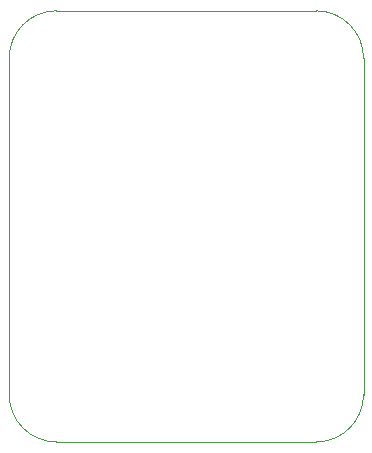
<source format=gbr>
%TF.GenerationSoftware,KiCad,Pcbnew,9.0.6*%
%TF.CreationDate,2025-11-07T23:12:57+00:00*%
%TF.ProjectId,DrawSchematic,44726177-5363-4686-956d-617469632e6b,rev?*%
%TF.SameCoordinates,Original*%
%TF.FileFunction,Profile,NP*%
%FSLAX46Y46*%
G04 Gerber Fmt 4.6, Leading zero omitted, Abs format (unit mm)*
G04 Created by KiCad (PCBNEW 9.0.6) date 2025-11-07 23:12:57*
%MOMM*%
%LPD*%
G01*
G04 APERTURE LIST*
%TA.AperFunction,Profile*%
%ADD10C,0.050000*%
%TD*%
G04 APERTURE END LIST*
D10*
X134500000Y-79500000D02*
X156500000Y-79500000D01*
X130500000Y-83500000D02*
X130500000Y-112000000D01*
X154500000Y-116000000D02*
X156500000Y-116000000D01*
X134500000Y-116000000D02*
X154500000Y-116000000D01*
X160500000Y-83500000D02*
X160500000Y-112000000D01*
X160500000Y-112000000D02*
G75*
G02*
X156500000Y-116000000I-4000000J0D01*
G01*
X134500000Y-116000000D02*
G75*
G02*
X130500000Y-112000000I0J4000000D01*
G01*
X130500000Y-83500000D02*
G75*
G02*
X134500000Y-79500000I4000000J0D01*
G01*
X156500000Y-79500000D02*
G75*
G02*
X160500000Y-83500000I0J-4000000D01*
G01*
M02*

</source>
